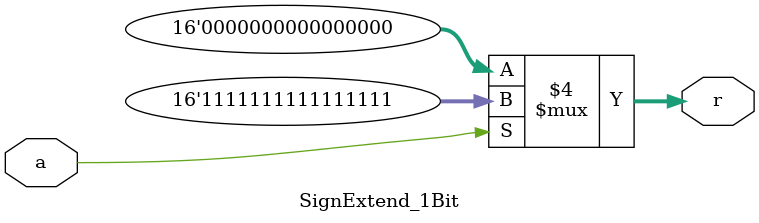
<source format=v>
`timescale 1ns / 1ps
module SignExtend_1Bit(
input a,
output reg [15:0] r
);
	always @ (a, r)
		begin
			if(a == 0) r = 16'h0000;
			else r = 16'hFFFF;
		end

endmodule

</source>
